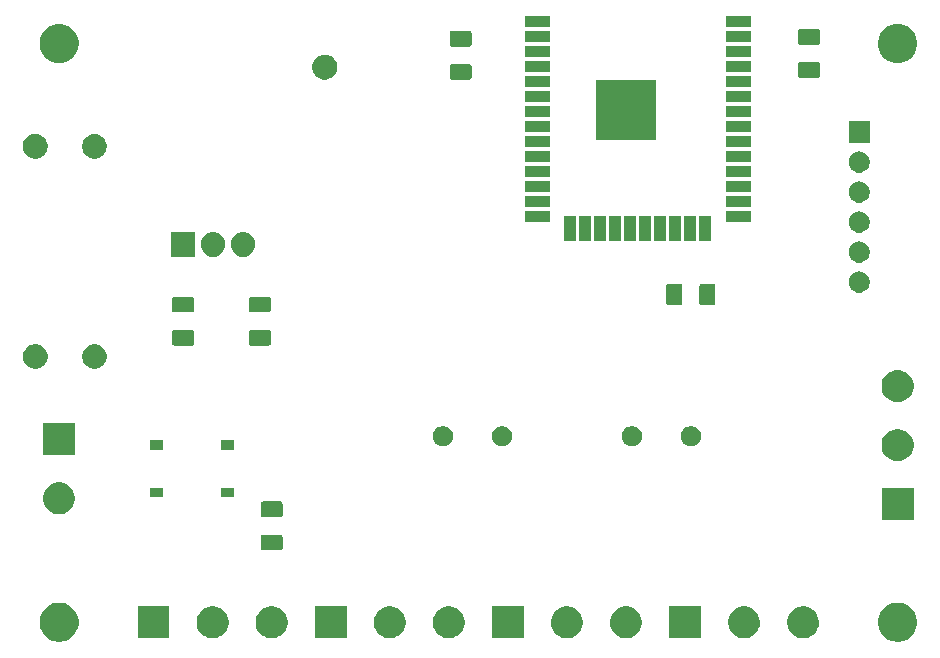
<source format=gbr>
G04 #@! TF.GenerationSoftware,KiCad,Pcbnew,(5.1.6)-1*
G04 #@! TF.CreationDate,2020-06-22T09:20:00-04:00*
G04 #@! TF.ProjectId,alarmbuddy,616c6172-6d62-4756-9464-792e6b696361,rev?*
G04 #@! TF.SameCoordinates,Original*
G04 #@! TF.FileFunction,Soldermask,Top*
G04 #@! TF.FilePolarity,Negative*
%FSLAX46Y46*%
G04 Gerber Fmt 4.6, Leading zero omitted, Abs format (unit mm)*
G04 Created by KiCad (PCBNEW (5.1.6)-1) date 2020-06-22 09:20:00*
%MOMM*%
%LPD*%
G01*
G04 APERTURE LIST*
%ADD10C,0.100000*%
G04 APERTURE END LIST*
D10*
G36*
X101268900Y-82370346D02*
G01*
X101481521Y-82412639D01*
X101781947Y-82537080D01*
X102052324Y-82717740D01*
X102282260Y-82947676D01*
X102462920Y-83218053D01*
X102587361Y-83518479D01*
X102650800Y-83837410D01*
X102650800Y-84162590D01*
X102587361Y-84481521D01*
X102462920Y-84781947D01*
X102282260Y-85052324D01*
X102052324Y-85282260D01*
X101781947Y-85462920D01*
X101481521Y-85587361D01*
X101268900Y-85629654D01*
X101162591Y-85650800D01*
X100837409Y-85650800D01*
X100731100Y-85629654D01*
X100518479Y-85587361D01*
X100218053Y-85462920D01*
X99947676Y-85282260D01*
X99717740Y-85052324D01*
X99537080Y-84781947D01*
X99412639Y-84481521D01*
X99349200Y-84162590D01*
X99349200Y-83837410D01*
X99412639Y-83518479D01*
X99537080Y-83218053D01*
X99717740Y-82947676D01*
X99947676Y-82717740D01*
X100218053Y-82537080D01*
X100518479Y-82412639D01*
X100731100Y-82370346D01*
X100837409Y-82349200D01*
X101162591Y-82349200D01*
X101268900Y-82370346D01*
G37*
G36*
X30268900Y-82370346D02*
G01*
X30481521Y-82412639D01*
X30781947Y-82537080D01*
X31052324Y-82717740D01*
X31282260Y-82947676D01*
X31462920Y-83218053D01*
X31587361Y-83518479D01*
X31650800Y-83837410D01*
X31650800Y-84162590D01*
X31587361Y-84481521D01*
X31462920Y-84781947D01*
X31282260Y-85052324D01*
X31052324Y-85282260D01*
X30781947Y-85462920D01*
X30481521Y-85587361D01*
X30268900Y-85629654D01*
X30162591Y-85650800D01*
X29837409Y-85650800D01*
X29731100Y-85629654D01*
X29518479Y-85587361D01*
X29218053Y-85462920D01*
X28947676Y-85282260D01*
X28717740Y-85052324D01*
X28537080Y-84781947D01*
X28412639Y-84481521D01*
X28349200Y-84162590D01*
X28349200Y-83837410D01*
X28412639Y-83518479D01*
X28537080Y-83218053D01*
X28717740Y-82947676D01*
X28947676Y-82717740D01*
X29218053Y-82537080D01*
X29518479Y-82412639D01*
X29731100Y-82370346D01*
X29837409Y-82349200D01*
X30162591Y-82349200D01*
X30268900Y-82370346D01*
G37*
G36*
X39350800Y-85350800D02*
G01*
X36649200Y-85350800D01*
X36649200Y-82649200D01*
X39350800Y-82649200D01*
X39350800Y-85350800D01*
G37*
G36*
X54350800Y-85350800D02*
G01*
X51649200Y-85350800D01*
X51649200Y-82649200D01*
X54350800Y-82649200D01*
X54350800Y-85350800D01*
G37*
G36*
X58307023Y-82683807D02*
G01*
X58394014Y-82701110D01*
X58639844Y-82802937D01*
X58861085Y-82950765D01*
X59049235Y-83138915D01*
X59102113Y-83218053D01*
X59197064Y-83360158D01*
X59298890Y-83605987D01*
X59350800Y-83866956D01*
X59350800Y-84133044D01*
X59316193Y-84307023D01*
X59298890Y-84394014D01*
X59197063Y-84639844D01*
X59049235Y-84861085D01*
X58861085Y-85049235D01*
X58639844Y-85197063D01*
X58394014Y-85298890D01*
X58307023Y-85316193D01*
X58133044Y-85350800D01*
X57866956Y-85350800D01*
X57692977Y-85316193D01*
X57605986Y-85298890D01*
X57360156Y-85197063D01*
X57138915Y-85049235D01*
X56950765Y-84861085D01*
X56802937Y-84639844D01*
X56701110Y-84394014D01*
X56683807Y-84307023D01*
X56649200Y-84133044D01*
X56649200Y-83866956D01*
X56701110Y-83605987D01*
X56802936Y-83360158D01*
X56897887Y-83218053D01*
X56950765Y-83138915D01*
X57138915Y-82950765D01*
X57360156Y-82802937D01*
X57605986Y-82701110D01*
X57692977Y-82683807D01*
X57866956Y-82649200D01*
X58133044Y-82649200D01*
X58307023Y-82683807D01*
G37*
G36*
X63307023Y-82683807D02*
G01*
X63394014Y-82701110D01*
X63639844Y-82802937D01*
X63861085Y-82950765D01*
X64049235Y-83138915D01*
X64102113Y-83218053D01*
X64197064Y-83360158D01*
X64298890Y-83605987D01*
X64350800Y-83866956D01*
X64350800Y-84133044D01*
X64316193Y-84307023D01*
X64298890Y-84394014D01*
X64197063Y-84639844D01*
X64049235Y-84861085D01*
X63861085Y-85049235D01*
X63639844Y-85197063D01*
X63394014Y-85298890D01*
X63307023Y-85316193D01*
X63133044Y-85350800D01*
X62866956Y-85350800D01*
X62692977Y-85316193D01*
X62605986Y-85298890D01*
X62360156Y-85197063D01*
X62138915Y-85049235D01*
X61950765Y-84861085D01*
X61802937Y-84639844D01*
X61701110Y-84394014D01*
X61683807Y-84307023D01*
X61649200Y-84133044D01*
X61649200Y-83866956D01*
X61701110Y-83605987D01*
X61802936Y-83360158D01*
X61897887Y-83218053D01*
X61950765Y-83138915D01*
X62138915Y-82950765D01*
X62360156Y-82802937D01*
X62605986Y-82701110D01*
X62692977Y-82683807D01*
X62866956Y-82649200D01*
X63133044Y-82649200D01*
X63307023Y-82683807D01*
G37*
G36*
X69350800Y-85350800D02*
G01*
X66649200Y-85350800D01*
X66649200Y-82649200D01*
X69350800Y-82649200D01*
X69350800Y-85350800D01*
G37*
G36*
X73307023Y-82683807D02*
G01*
X73394014Y-82701110D01*
X73639844Y-82802937D01*
X73861085Y-82950765D01*
X74049235Y-83138915D01*
X74102113Y-83218053D01*
X74197064Y-83360158D01*
X74298890Y-83605987D01*
X74350800Y-83866956D01*
X74350800Y-84133044D01*
X74316193Y-84307023D01*
X74298890Y-84394014D01*
X74197063Y-84639844D01*
X74049235Y-84861085D01*
X73861085Y-85049235D01*
X73639844Y-85197063D01*
X73394014Y-85298890D01*
X73307023Y-85316193D01*
X73133044Y-85350800D01*
X72866956Y-85350800D01*
X72692977Y-85316193D01*
X72605986Y-85298890D01*
X72360156Y-85197063D01*
X72138915Y-85049235D01*
X71950765Y-84861085D01*
X71802937Y-84639844D01*
X71701110Y-84394014D01*
X71683807Y-84307023D01*
X71649200Y-84133044D01*
X71649200Y-83866956D01*
X71701110Y-83605987D01*
X71802936Y-83360158D01*
X71897887Y-83218053D01*
X71950765Y-83138915D01*
X72138915Y-82950765D01*
X72360156Y-82802937D01*
X72605986Y-82701110D01*
X72692977Y-82683807D01*
X72866956Y-82649200D01*
X73133044Y-82649200D01*
X73307023Y-82683807D01*
G37*
G36*
X78307023Y-82683807D02*
G01*
X78394014Y-82701110D01*
X78639844Y-82802937D01*
X78861085Y-82950765D01*
X79049235Y-83138915D01*
X79102113Y-83218053D01*
X79197064Y-83360158D01*
X79298890Y-83605987D01*
X79350800Y-83866956D01*
X79350800Y-84133044D01*
X79316193Y-84307023D01*
X79298890Y-84394014D01*
X79197063Y-84639844D01*
X79049235Y-84861085D01*
X78861085Y-85049235D01*
X78639844Y-85197063D01*
X78394014Y-85298890D01*
X78307023Y-85316193D01*
X78133044Y-85350800D01*
X77866956Y-85350800D01*
X77692977Y-85316193D01*
X77605986Y-85298890D01*
X77360156Y-85197063D01*
X77138915Y-85049235D01*
X76950765Y-84861085D01*
X76802937Y-84639844D01*
X76701110Y-84394014D01*
X76683807Y-84307023D01*
X76649200Y-84133044D01*
X76649200Y-83866956D01*
X76701110Y-83605987D01*
X76802936Y-83360158D01*
X76897887Y-83218053D01*
X76950765Y-83138915D01*
X77138915Y-82950765D01*
X77360156Y-82802937D01*
X77605986Y-82701110D01*
X77692977Y-82683807D01*
X77866956Y-82649200D01*
X78133044Y-82649200D01*
X78307023Y-82683807D01*
G37*
G36*
X84350800Y-85350800D02*
G01*
X81649200Y-85350800D01*
X81649200Y-82649200D01*
X84350800Y-82649200D01*
X84350800Y-85350800D01*
G37*
G36*
X88307023Y-82683807D02*
G01*
X88394014Y-82701110D01*
X88639844Y-82802937D01*
X88861085Y-82950765D01*
X89049235Y-83138915D01*
X89102113Y-83218053D01*
X89197064Y-83360158D01*
X89298890Y-83605987D01*
X89350800Y-83866956D01*
X89350800Y-84133044D01*
X89316193Y-84307023D01*
X89298890Y-84394014D01*
X89197063Y-84639844D01*
X89049235Y-84861085D01*
X88861085Y-85049235D01*
X88639844Y-85197063D01*
X88394014Y-85298890D01*
X88307023Y-85316193D01*
X88133044Y-85350800D01*
X87866956Y-85350800D01*
X87692977Y-85316193D01*
X87605986Y-85298890D01*
X87360156Y-85197063D01*
X87138915Y-85049235D01*
X86950765Y-84861085D01*
X86802937Y-84639844D01*
X86701110Y-84394014D01*
X86683807Y-84307023D01*
X86649200Y-84133044D01*
X86649200Y-83866956D01*
X86701110Y-83605987D01*
X86802936Y-83360158D01*
X86897887Y-83218053D01*
X86950765Y-83138915D01*
X87138915Y-82950765D01*
X87360156Y-82802937D01*
X87605986Y-82701110D01*
X87692977Y-82683807D01*
X87866956Y-82649200D01*
X88133044Y-82649200D01*
X88307023Y-82683807D01*
G37*
G36*
X43307023Y-82683807D02*
G01*
X43394014Y-82701110D01*
X43639844Y-82802937D01*
X43861085Y-82950765D01*
X44049235Y-83138915D01*
X44102113Y-83218053D01*
X44197064Y-83360158D01*
X44298890Y-83605987D01*
X44350800Y-83866956D01*
X44350800Y-84133044D01*
X44316193Y-84307023D01*
X44298890Y-84394014D01*
X44197063Y-84639844D01*
X44049235Y-84861085D01*
X43861085Y-85049235D01*
X43639844Y-85197063D01*
X43394014Y-85298890D01*
X43307023Y-85316193D01*
X43133044Y-85350800D01*
X42866956Y-85350800D01*
X42692977Y-85316193D01*
X42605986Y-85298890D01*
X42360156Y-85197063D01*
X42138915Y-85049235D01*
X41950765Y-84861085D01*
X41802937Y-84639844D01*
X41701110Y-84394014D01*
X41683807Y-84307023D01*
X41649200Y-84133044D01*
X41649200Y-83866956D01*
X41701110Y-83605987D01*
X41802936Y-83360158D01*
X41897887Y-83218053D01*
X41950765Y-83138915D01*
X42138915Y-82950765D01*
X42360156Y-82802937D01*
X42605986Y-82701110D01*
X42692977Y-82683807D01*
X42866956Y-82649200D01*
X43133044Y-82649200D01*
X43307023Y-82683807D01*
G37*
G36*
X48307023Y-82683807D02*
G01*
X48394014Y-82701110D01*
X48639844Y-82802937D01*
X48861085Y-82950765D01*
X49049235Y-83138915D01*
X49102113Y-83218053D01*
X49197064Y-83360158D01*
X49298890Y-83605987D01*
X49350800Y-83866956D01*
X49350800Y-84133044D01*
X49316193Y-84307023D01*
X49298890Y-84394014D01*
X49197063Y-84639844D01*
X49049235Y-84861085D01*
X48861085Y-85049235D01*
X48639844Y-85197063D01*
X48394014Y-85298890D01*
X48307023Y-85316193D01*
X48133044Y-85350800D01*
X47866956Y-85350800D01*
X47692977Y-85316193D01*
X47605986Y-85298890D01*
X47360156Y-85197063D01*
X47138915Y-85049235D01*
X46950765Y-84861085D01*
X46802937Y-84639844D01*
X46701110Y-84394014D01*
X46683807Y-84307023D01*
X46649200Y-84133044D01*
X46649200Y-83866956D01*
X46701110Y-83605987D01*
X46802936Y-83360158D01*
X46897887Y-83218053D01*
X46950765Y-83138915D01*
X47138915Y-82950765D01*
X47360156Y-82802937D01*
X47605986Y-82701110D01*
X47692977Y-82683807D01*
X47866956Y-82649200D01*
X48133044Y-82649200D01*
X48307023Y-82683807D01*
G37*
G36*
X93307023Y-82683807D02*
G01*
X93394014Y-82701110D01*
X93639844Y-82802937D01*
X93861085Y-82950765D01*
X94049235Y-83138915D01*
X94102113Y-83218053D01*
X94197064Y-83360158D01*
X94298890Y-83605987D01*
X94350800Y-83866956D01*
X94350800Y-84133044D01*
X94316193Y-84307023D01*
X94298890Y-84394014D01*
X94197063Y-84639844D01*
X94049235Y-84861085D01*
X93861085Y-85049235D01*
X93639844Y-85197063D01*
X93394014Y-85298890D01*
X93307023Y-85316193D01*
X93133044Y-85350800D01*
X92866956Y-85350800D01*
X92692977Y-85316193D01*
X92605986Y-85298890D01*
X92360156Y-85197063D01*
X92138915Y-85049235D01*
X91950765Y-84861085D01*
X91802937Y-84639844D01*
X91701110Y-84394014D01*
X91683807Y-84307023D01*
X91649200Y-84133044D01*
X91649200Y-83866956D01*
X91701110Y-83605987D01*
X91802936Y-83360158D01*
X91897887Y-83218053D01*
X91950765Y-83138915D01*
X92138915Y-82950765D01*
X92360156Y-82802937D01*
X92605986Y-82701110D01*
X92692977Y-82683807D01*
X92866956Y-82649200D01*
X93133044Y-82649200D01*
X93307023Y-82683807D01*
G37*
G36*
X48768465Y-76578546D02*
G01*
X48804996Y-76589628D01*
X48838660Y-76607621D01*
X48868165Y-76631835D01*
X48892379Y-76661340D01*
X48910372Y-76695004D01*
X48921454Y-76731535D01*
X48925800Y-76775660D01*
X48925800Y-77724340D01*
X48921454Y-77768465D01*
X48910372Y-77804996D01*
X48892379Y-77838660D01*
X48868165Y-77868165D01*
X48838660Y-77892379D01*
X48804996Y-77910372D01*
X48768465Y-77921454D01*
X48724340Y-77925800D01*
X47275660Y-77925800D01*
X47231535Y-77921454D01*
X47195004Y-77910372D01*
X47161340Y-77892379D01*
X47131835Y-77868165D01*
X47107621Y-77838660D01*
X47089628Y-77804996D01*
X47078546Y-77768465D01*
X47074200Y-77724340D01*
X47074200Y-76775660D01*
X47078546Y-76731535D01*
X47089628Y-76695004D01*
X47107621Y-76661340D01*
X47131835Y-76631835D01*
X47161340Y-76607621D01*
X47195004Y-76589628D01*
X47231535Y-76578546D01*
X47275660Y-76574200D01*
X48724340Y-76574200D01*
X48768465Y-76578546D01*
G37*
G36*
X102350800Y-75350800D02*
G01*
X99649200Y-75350800D01*
X99649200Y-72649200D01*
X102350800Y-72649200D01*
X102350800Y-75350800D01*
G37*
G36*
X48768465Y-73778546D02*
G01*
X48804996Y-73789628D01*
X48838660Y-73807621D01*
X48868165Y-73831835D01*
X48892379Y-73861340D01*
X48910372Y-73895004D01*
X48921454Y-73931535D01*
X48925800Y-73975660D01*
X48925800Y-74924340D01*
X48921454Y-74968465D01*
X48910372Y-75004996D01*
X48892379Y-75038660D01*
X48868165Y-75068165D01*
X48838660Y-75092379D01*
X48804996Y-75110372D01*
X48768465Y-75121454D01*
X48724340Y-75125800D01*
X47275660Y-75125800D01*
X47231535Y-75121454D01*
X47195004Y-75110372D01*
X47161340Y-75092379D01*
X47131835Y-75068165D01*
X47107621Y-75038660D01*
X47089628Y-75004996D01*
X47078546Y-74968465D01*
X47074200Y-74924340D01*
X47074200Y-73975660D01*
X47078546Y-73931535D01*
X47089628Y-73895004D01*
X47107621Y-73861340D01*
X47131835Y-73831835D01*
X47161340Y-73807621D01*
X47195004Y-73789628D01*
X47231535Y-73778546D01*
X47275660Y-73774200D01*
X48724340Y-73774200D01*
X48768465Y-73778546D01*
G37*
G36*
X30307023Y-72183807D02*
G01*
X30394014Y-72201110D01*
X30639844Y-72302937D01*
X30861085Y-72450765D01*
X31049235Y-72638915D01*
X31197063Y-72860156D01*
X31298890Y-73105986D01*
X31350800Y-73366958D01*
X31350800Y-73633042D01*
X31298890Y-73894014D01*
X31197063Y-74139844D01*
X31049235Y-74361085D01*
X30861085Y-74549235D01*
X30639844Y-74697063D01*
X30394014Y-74798890D01*
X30307023Y-74816193D01*
X30133044Y-74850800D01*
X29866956Y-74850800D01*
X29692977Y-74816193D01*
X29605986Y-74798890D01*
X29360156Y-74697063D01*
X29138915Y-74549235D01*
X28950765Y-74361085D01*
X28802937Y-74139844D01*
X28701110Y-73894014D01*
X28649200Y-73633042D01*
X28649200Y-73366958D01*
X28701110Y-73105986D01*
X28802937Y-72860156D01*
X28950765Y-72638915D01*
X29138915Y-72450765D01*
X29360156Y-72302937D01*
X29605986Y-72201110D01*
X29692977Y-72183807D01*
X29866956Y-72149200D01*
X30133044Y-72149200D01*
X30307023Y-72183807D01*
G37*
G36*
X38825800Y-73400800D02*
G01*
X37724200Y-73400800D01*
X37724200Y-72599200D01*
X38825800Y-72599200D01*
X38825800Y-73400800D01*
G37*
G36*
X44775800Y-73400800D02*
G01*
X43674200Y-73400800D01*
X43674200Y-72599200D01*
X44775800Y-72599200D01*
X44775800Y-73400800D01*
G37*
G36*
X101307023Y-67683807D02*
G01*
X101394014Y-67701110D01*
X101639844Y-67802937D01*
X101861085Y-67950765D01*
X102049235Y-68138915D01*
X102197063Y-68360156D01*
X102298890Y-68605986D01*
X102350800Y-68866958D01*
X102350800Y-69133042D01*
X102298890Y-69394014D01*
X102197063Y-69639844D01*
X102049235Y-69861085D01*
X101861085Y-70049235D01*
X101639844Y-70197063D01*
X101394014Y-70298890D01*
X101307023Y-70316193D01*
X101133044Y-70350800D01*
X100866956Y-70350800D01*
X100692977Y-70316193D01*
X100605986Y-70298890D01*
X100360156Y-70197063D01*
X100138915Y-70049235D01*
X99950765Y-69861085D01*
X99802937Y-69639844D01*
X99701110Y-69394014D01*
X99649200Y-69133042D01*
X99649200Y-68866958D01*
X99701110Y-68605986D01*
X99802937Y-68360156D01*
X99950765Y-68138915D01*
X100138915Y-67950765D01*
X100360156Y-67802937D01*
X100605986Y-67701110D01*
X100692977Y-67683807D01*
X100866956Y-67649200D01*
X101133044Y-67649200D01*
X101307023Y-67683807D01*
G37*
G36*
X31350800Y-69850800D02*
G01*
X28649200Y-69850800D01*
X28649200Y-67149200D01*
X31350800Y-67149200D01*
X31350800Y-69850800D01*
G37*
G36*
X44775800Y-69400800D02*
G01*
X43674200Y-69400800D01*
X43674200Y-68599200D01*
X44775800Y-68599200D01*
X44775800Y-69400800D01*
G37*
G36*
X38825800Y-69400800D02*
G01*
X37724200Y-69400800D01*
X37724200Y-68599200D01*
X38825800Y-68599200D01*
X38825800Y-69400800D01*
G37*
G36*
X78748169Y-67431895D02*
G01*
X78903005Y-67496031D01*
X79042354Y-67589140D01*
X79160860Y-67707646D01*
X79253969Y-67846995D01*
X79318105Y-68001831D01*
X79350800Y-68166203D01*
X79350800Y-68333797D01*
X79318105Y-68498169D01*
X79253969Y-68653005D01*
X79160860Y-68792354D01*
X79042354Y-68910860D01*
X78903005Y-69003969D01*
X78748169Y-69068105D01*
X78583797Y-69100800D01*
X78416203Y-69100800D01*
X78251831Y-69068105D01*
X78096995Y-69003969D01*
X77957646Y-68910860D01*
X77839140Y-68792354D01*
X77746031Y-68653005D01*
X77681895Y-68498169D01*
X77649200Y-68333797D01*
X77649200Y-68166203D01*
X77681895Y-68001831D01*
X77746031Y-67846995D01*
X77839140Y-67707646D01*
X77957646Y-67589140D01*
X78096995Y-67496031D01*
X78251831Y-67431895D01*
X78416203Y-67399200D01*
X78583797Y-67399200D01*
X78748169Y-67431895D01*
G37*
G36*
X83748169Y-67431895D02*
G01*
X83903005Y-67496031D01*
X84042354Y-67589140D01*
X84160860Y-67707646D01*
X84253969Y-67846995D01*
X84318105Y-68001831D01*
X84350800Y-68166203D01*
X84350800Y-68333797D01*
X84318105Y-68498169D01*
X84253969Y-68653005D01*
X84160860Y-68792354D01*
X84042354Y-68910860D01*
X83903005Y-69003969D01*
X83748169Y-69068105D01*
X83583797Y-69100800D01*
X83416203Y-69100800D01*
X83251831Y-69068105D01*
X83096995Y-69003969D01*
X82957646Y-68910860D01*
X82839140Y-68792354D01*
X82746031Y-68653005D01*
X82681895Y-68498169D01*
X82649200Y-68333797D01*
X82649200Y-68166203D01*
X82681895Y-68001831D01*
X82746031Y-67846995D01*
X82839140Y-67707646D01*
X82957646Y-67589140D01*
X83096995Y-67496031D01*
X83251831Y-67431895D01*
X83416203Y-67399200D01*
X83583797Y-67399200D01*
X83748169Y-67431895D01*
G37*
G36*
X67748169Y-67431895D02*
G01*
X67903005Y-67496031D01*
X68042354Y-67589140D01*
X68160860Y-67707646D01*
X68253969Y-67846995D01*
X68318105Y-68001831D01*
X68350800Y-68166203D01*
X68350800Y-68333797D01*
X68318105Y-68498169D01*
X68253969Y-68653005D01*
X68160860Y-68792354D01*
X68042354Y-68910860D01*
X67903005Y-69003969D01*
X67748169Y-69068105D01*
X67583797Y-69100800D01*
X67416203Y-69100800D01*
X67251831Y-69068105D01*
X67096995Y-69003969D01*
X66957646Y-68910860D01*
X66839140Y-68792354D01*
X66746031Y-68653005D01*
X66681895Y-68498169D01*
X66649200Y-68333797D01*
X66649200Y-68166203D01*
X66681895Y-68001831D01*
X66746031Y-67846995D01*
X66839140Y-67707646D01*
X66957646Y-67589140D01*
X67096995Y-67496031D01*
X67251831Y-67431895D01*
X67416203Y-67399200D01*
X67583797Y-67399200D01*
X67748169Y-67431895D01*
G37*
G36*
X62748169Y-67431895D02*
G01*
X62903005Y-67496031D01*
X63042354Y-67589140D01*
X63160860Y-67707646D01*
X63253969Y-67846995D01*
X63318105Y-68001831D01*
X63350800Y-68166203D01*
X63350800Y-68333797D01*
X63318105Y-68498169D01*
X63253969Y-68653005D01*
X63160860Y-68792354D01*
X63042354Y-68910860D01*
X62903005Y-69003969D01*
X62748169Y-69068105D01*
X62583797Y-69100800D01*
X62416203Y-69100800D01*
X62251831Y-69068105D01*
X62096995Y-69003969D01*
X61957646Y-68910860D01*
X61839140Y-68792354D01*
X61746031Y-68653005D01*
X61681895Y-68498169D01*
X61649200Y-68333797D01*
X61649200Y-68166203D01*
X61681895Y-68001831D01*
X61746031Y-67846995D01*
X61839140Y-67707646D01*
X61957646Y-67589140D01*
X62096995Y-67496031D01*
X62251831Y-67431895D01*
X62416203Y-67399200D01*
X62583797Y-67399200D01*
X62748169Y-67431895D01*
G37*
G36*
X101307023Y-62683807D02*
G01*
X101394014Y-62701110D01*
X101639844Y-62802937D01*
X101861085Y-62950765D01*
X102049235Y-63138915D01*
X102197063Y-63360156D01*
X102298890Y-63605986D01*
X102350800Y-63866958D01*
X102350800Y-64133042D01*
X102298890Y-64394014D01*
X102197063Y-64639844D01*
X102049235Y-64861085D01*
X101861085Y-65049235D01*
X101639844Y-65197063D01*
X101394014Y-65298890D01*
X101307023Y-65316193D01*
X101133044Y-65350800D01*
X100866956Y-65350800D01*
X100692977Y-65316193D01*
X100605986Y-65298890D01*
X100360156Y-65197063D01*
X100138915Y-65049235D01*
X99950765Y-64861085D01*
X99802937Y-64639844D01*
X99701110Y-64394014D01*
X99649200Y-64133042D01*
X99649200Y-63866958D01*
X99701110Y-63605986D01*
X99802937Y-63360156D01*
X99950765Y-63138915D01*
X100138915Y-62950765D01*
X100360156Y-62802937D01*
X100605986Y-62701110D01*
X100692977Y-62683807D01*
X100866956Y-62649200D01*
X101133044Y-62649200D01*
X101307023Y-62683807D01*
G37*
G36*
X28306506Y-60489581D02*
G01*
X28375513Y-60518165D01*
X28497740Y-60568793D01*
X28669846Y-60683791D01*
X28816209Y-60830154D01*
X28931207Y-61002260D01*
X28931207Y-61002261D01*
X29010419Y-61193494D01*
X29050800Y-61396504D01*
X29050800Y-61603496D01*
X29010419Y-61806506D01*
X28964018Y-61918528D01*
X28931207Y-61997740D01*
X28816209Y-62169846D01*
X28669846Y-62316209D01*
X28497740Y-62431207D01*
X28418528Y-62464018D01*
X28306506Y-62510419D01*
X28103496Y-62550800D01*
X27896504Y-62550800D01*
X27693494Y-62510419D01*
X27581472Y-62464018D01*
X27502260Y-62431207D01*
X27330154Y-62316209D01*
X27183791Y-62169846D01*
X27068793Y-61997740D01*
X27035982Y-61918528D01*
X26989581Y-61806506D01*
X26949200Y-61603496D01*
X26949200Y-61396504D01*
X26989581Y-61193494D01*
X27068793Y-61002261D01*
X27068793Y-61002260D01*
X27183791Y-60830154D01*
X27330154Y-60683791D01*
X27502260Y-60568793D01*
X27624487Y-60518165D01*
X27693494Y-60489581D01*
X27896504Y-60449200D01*
X28103496Y-60449200D01*
X28306506Y-60489581D01*
G37*
G36*
X33306506Y-60489581D02*
G01*
X33375513Y-60518165D01*
X33497740Y-60568793D01*
X33669846Y-60683791D01*
X33816209Y-60830154D01*
X33931207Y-61002260D01*
X33931207Y-61002261D01*
X34010419Y-61193494D01*
X34050800Y-61396504D01*
X34050800Y-61603496D01*
X34010419Y-61806506D01*
X33964018Y-61918528D01*
X33931207Y-61997740D01*
X33816209Y-62169846D01*
X33669846Y-62316209D01*
X33497740Y-62431207D01*
X33418528Y-62464018D01*
X33306506Y-62510419D01*
X33103496Y-62550800D01*
X32896504Y-62550800D01*
X32693494Y-62510419D01*
X32581472Y-62464018D01*
X32502260Y-62431207D01*
X32330154Y-62316209D01*
X32183791Y-62169846D01*
X32068793Y-61997740D01*
X32035982Y-61918528D01*
X31989581Y-61806506D01*
X31949200Y-61603496D01*
X31949200Y-61396504D01*
X31989581Y-61193494D01*
X32068793Y-61002261D01*
X32068793Y-61002260D01*
X32183791Y-60830154D01*
X32330154Y-60683791D01*
X32502260Y-60568793D01*
X32624487Y-60518165D01*
X32693494Y-60489581D01*
X32896504Y-60449200D01*
X33103496Y-60449200D01*
X33306506Y-60489581D01*
G37*
G36*
X47768465Y-59228546D02*
G01*
X47804996Y-59239628D01*
X47838660Y-59257621D01*
X47868165Y-59281835D01*
X47892379Y-59311340D01*
X47910372Y-59345004D01*
X47921454Y-59381535D01*
X47925800Y-59425660D01*
X47925800Y-60374340D01*
X47921454Y-60418465D01*
X47910372Y-60454996D01*
X47892379Y-60488660D01*
X47868165Y-60518165D01*
X47838660Y-60542379D01*
X47804996Y-60560372D01*
X47768465Y-60571454D01*
X47724340Y-60575800D01*
X46275660Y-60575800D01*
X46231535Y-60571454D01*
X46195004Y-60560372D01*
X46161340Y-60542379D01*
X46131835Y-60518165D01*
X46107621Y-60488660D01*
X46089628Y-60454996D01*
X46078546Y-60418465D01*
X46074200Y-60374340D01*
X46074200Y-59425660D01*
X46078546Y-59381535D01*
X46089628Y-59345004D01*
X46107621Y-59311340D01*
X46131835Y-59281835D01*
X46161340Y-59257621D01*
X46195004Y-59239628D01*
X46231535Y-59228546D01*
X46275660Y-59224200D01*
X47724340Y-59224200D01*
X47768465Y-59228546D01*
G37*
G36*
X41268465Y-59228546D02*
G01*
X41304996Y-59239628D01*
X41338660Y-59257621D01*
X41368165Y-59281835D01*
X41392379Y-59311340D01*
X41410372Y-59345004D01*
X41421454Y-59381535D01*
X41425800Y-59425660D01*
X41425800Y-60374340D01*
X41421454Y-60418465D01*
X41410372Y-60454996D01*
X41392379Y-60488660D01*
X41368165Y-60518165D01*
X41338660Y-60542379D01*
X41304996Y-60560372D01*
X41268465Y-60571454D01*
X41224340Y-60575800D01*
X39775660Y-60575800D01*
X39731535Y-60571454D01*
X39695004Y-60560372D01*
X39661340Y-60542379D01*
X39631835Y-60518165D01*
X39607621Y-60488660D01*
X39589628Y-60454996D01*
X39578546Y-60418465D01*
X39574200Y-60374340D01*
X39574200Y-59425660D01*
X39578546Y-59381535D01*
X39589628Y-59345004D01*
X39607621Y-59311340D01*
X39631835Y-59281835D01*
X39661340Y-59257621D01*
X39695004Y-59239628D01*
X39731535Y-59228546D01*
X39775660Y-59224200D01*
X41224340Y-59224200D01*
X41268465Y-59228546D01*
G37*
G36*
X47768465Y-56428546D02*
G01*
X47804996Y-56439628D01*
X47838660Y-56457621D01*
X47868165Y-56481835D01*
X47892379Y-56511340D01*
X47910372Y-56545004D01*
X47921454Y-56581535D01*
X47925800Y-56625660D01*
X47925800Y-57574340D01*
X47921454Y-57618465D01*
X47910372Y-57654996D01*
X47892379Y-57688660D01*
X47868165Y-57718165D01*
X47838660Y-57742379D01*
X47804996Y-57760372D01*
X47768465Y-57771454D01*
X47724340Y-57775800D01*
X46275660Y-57775800D01*
X46231535Y-57771454D01*
X46195004Y-57760372D01*
X46161340Y-57742379D01*
X46131835Y-57718165D01*
X46107621Y-57688660D01*
X46089628Y-57654996D01*
X46078546Y-57618465D01*
X46074200Y-57574340D01*
X46074200Y-56625660D01*
X46078546Y-56581535D01*
X46089628Y-56545004D01*
X46107621Y-56511340D01*
X46131835Y-56481835D01*
X46161340Y-56457621D01*
X46195004Y-56439628D01*
X46231535Y-56428546D01*
X46275660Y-56424200D01*
X47724340Y-56424200D01*
X47768465Y-56428546D01*
G37*
G36*
X41268465Y-56428546D02*
G01*
X41304996Y-56439628D01*
X41338660Y-56457621D01*
X41368165Y-56481835D01*
X41392379Y-56511340D01*
X41410372Y-56545004D01*
X41421454Y-56581535D01*
X41425800Y-56625660D01*
X41425800Y-57574340D01*
X41421454Y-57618465D01*
X41410372Y-57654996D01*
X41392379Y-57688660D01*
X41368165Y-57718165D01*
X41338660Y-57742379D01*
X41304996Y-57760372D01*
X41268465Y-57771454D01*
X41224340Y-57775800D01*
X39775660Y-57775800D01*
X39731535Y-57771454D01*
X39695004Y-57760372D01*
X39661340Y-57742379D01*
X39631835Y-57718165D01*
X39607621Y-57688660D01*
X39589628Y-57654996D01*
X39578546Y-57618465D01*
X39574200Y-57574340D01*
X39574200Y-56625660D01*
X39578546Y-56581535D01*
X39589628Y-56545004D01*
X39607621Y-56511340D01*
X39631835Y-56481835D01*
X39661340Y-56457621D01*
X39695004Y-56439628D01*
X39731535Y-56428546D01*
X39775660Y-56424200D01*
X41224340Y-56424200D01*
X41268465Y-56428546D01*
G37*
G36*
X82618465Y-55328546D02*
G01*
X82654996Y-55339628D01*
X82688660Y-55357621D01*
X82718165Y-55381835D01*
X82742379Y-55411340D01*
X82760372Y-55445004D01*
X82771454Y-55481535D01*
X82775800Y-55525660D01*
X82775800Y-56974340D01*
X82771454Y-57018465D01*
X82760372Y-57054996D01*
X82742379Y-57088660D01*
X82718165Y-57118165D01*
X82688660Y-57142379D01*
X82654996Y-57160372D01*
X82618465Y-57171454D01*
X82574340Y-57175800D01*
X81625660Y-57175800D01*
X81581535Y-57171454D01*
X81545004Y-57160372D01*
X81511340Y-57142379D01*
X81481835Y-57118165D01*
X81457621Y-57088660D01*
X81439628Y-57054996D01*
X81428546Y-57018465D01*
X81424200Y-56974340D01*
X81424200Y-55525660D01*
X81428546Y-55481535D01*
X81439628Y-55445004D01*
X81457621Y-55411340D01*
X81481835Y-55381835D01*
X81511340Y-55357621D01*
X81545004Y-55339628D01*
X81581535Y-55328546D01*
X81625660Y-55324200D01*
X82574340Y-55324200D01*
X82618465Y-55328546D01*
G37*
G36*
X85418465Y-55328546D02*
G01*
X85454996Y-55339628D01*
X85488660Y-55357621D01*
X85518165Y-55381835D01*
X85542379Y-55411340D01*
X85560372Y-55445004D01*
X85571454Y-55481535D01*
X85575800Y-55525660D01*
X85575800Y-56974340D01*
X85571454Y-57018465D01*
X85560372Y-57054996D01*
X85542379Y-57088660D01*
X85518165Y-57118165D01*
X85488660Y-57142379D01*
X85454996Y-57160372D01*
X85418465Y-57171454D01*
X85374340Y-57175800D01*
X84425660Y-57175800D01*
X84381535Y-57171454D01*
X84345004Y-57160372D01*
X84311340Y-57142379D01*
X84281835Y-57118165D01*
X84257621Y-57088660D01*
X84239628Y-57054996D01*
X84228546Y-57018465D01*
X84224200Y-56974340D01*
X84224200Y-55525660D01*
X84228546Y-55481535D01*
X84239628Y-55445004D01*
X84257621Y-55411340D01*
X84281835Y-55381835D01*
X84311340Y-55357621D01*
X84345004Y-55339628D01*
X84381535Y-55328546D01*
X84425660Y-55324200D01*
X85374340Y-55324200D01*
X85418465Y-55328546D01*
G37*
G36*
X97896732Y-54310739D02*
G01*
X98012754Y-54333817D01*
X98176689Y-54401721D01*
X98324227Y-54500303D01*
X98449697Y-54625773D01*
X98548279Y-54773311D01*
X98616183Y-54937246D01*
X98650800Y-55111279D01*
X98650800Y-55288721D01*
X98616183Y-55462754D01*
X98548279Y-55626689D01*
X98449697Y-55774227D01*
X98324227Y-55899697D01*
X98176689Y-55998279D01*
X98012754Y-56066183D01*
X97896732Y-56089261D01*
X97838722Y-56100800D01*
X97661278Y-56100800D01*
X97603268Y-56089261D01*
X97487246Y-56066183D01*
X97323311Y-55998279D01*
X97175773Y-55899697D01*
X97050303Y-55774227D01*
X96951721Y-55626689D01*
X96883817Y-55462754D01*
X96849200Y-55288721D01*
X96849200Y-55111279D01*
X96883817Y-54937246D01*
X96951721Y-54773311D01*
X97050303Y-54625773D01*
X97175773Y-54500303D01*
X97323311Y-54401721D01*
X97487246Y-54333817D01*
X97603268Y-54310739D01*
X97661278Y-54299200D01*
X97838722Y-54299200D01*
X97896732Y-54310739D01*
G37*
G36*
X97896732Y-51770739D02*
G01*
X98012754Y-51793817D01*
X98176689Y-51861721D01*
X98324227Y-51960303D01*
X98449697Y-52085773D01*
X98548279Y-52233311D01*
X98616183Y-52397246D01*
X98650800Y-52571279D01*
X98650800Y-52748721D01*
X98616183Y-52922754D01*
X98548279Y-53086689D01*
X98449697Y-53234227D01*
X98324227Y-53359697D01*
X98176689Y-53458279D01*
X98012754Y-53526183D01*
X97896732Y-53549261D01*
X97838722Y-53560800D01*
X97661278Y-53560800D01*
X97603268Y-53549261D01*
X97487246Y-53526183D01*
X97323311Y-53458279D01*
X97175773Y-53359697D01*
X97050303Y-53234227D01*
X96951721Y-53086689D01*
X96883817Y-52922754D01*
X96849200Y-52748721D01*
X96849200Y-52571279D01*
X96883817Y-52397246D01*
X96951721Y-52233311D01*
X97050303Y-52085773D01*
X97175773Y-51960303D01*
X97323311Y-51861721D01*
X97487246Y-51793817D01*
X97603268Y-51770739D01*
X97661278Y-51759200D01*
X97838722Y-51759200D01*
X97896732Y-51770739D01*
G37*
G36*
X43236680Y-50963717D02*
G01*
X43425803Y-51021087D01*
X43425805Y-51021088D01*
X43600099Y-51114250D01*
X43600101Y-51114251D01*
X43600100Y-51114251D01*
X43752873Y-51239627D01*
X43878249Y-51392400D01*
X43971413Y-51566696D01*
X44028783Y-51755819D01*
X44043300Y-51903216D01*
X44043300Y-52096783D01*
X44028783Y-52244180D01*
X43982350Y-52397248D01*
X43971412Y-52433305D01*
X43878250Y-52607599D01*
X43752873Y-52760373D01*
X43600099Y-52885750D01*
X43425806Y-52978912D01*
X43425804Y-52978913D01*
X43236681Y-53036283D01*
X43040000Y-53055654D01*
X42843320Y-53036283D01*
X42654197Y-52978913D01*
X42479900Y-52885749D01*
X42327127Y-52760373D01*
X42201751Y-52607600D01*
X42182337Y-52571279D01*
X42108588Y-52433306D01*
X42097649Y-52397246D01*
X42051217Y-52244181D01*
X42036700Y-52096784D01*
X42036700Y-51903217D01*
X42051217Y-51755820D01*
X42108587Y-51566697D01*
X42201751Y-51392400D01*
X42327127Y-51239627D01*
X42479900Y-51114251D01*
X42479899Y-51114251D01*
X42479901Y-51114250D01*
X42654194Y-51021088D01*
X42654196Y-51021087D01*
X42843319Y-50963717D01*
X43040000Y-50944346D01*
X43236680Y-50963717D01*
G37*
G36*
X45776680Y-50963717D02*
G01*
X45965803Y-51021087D01*
X45965805Y-51021088D01*
X46140099Y-51114250D01*
X46140101Y-51114251D01*
X46140100Y-51114251D01*
X46292873Y-51239627D01*
X46418249Y-51392400D01*
X46511413Y-51566696D01*
X46568783Y-51755819D01*
X46583300Y-51903216D01*
X46583300Y-52096783D01*
X46568783Y-52244180D01*
X46522350Y-52397248D01*
X46511412Y-52433305D01*
X46418250Y-52607599D01*
X46292873Y-52760373D01*
X46140099Y-52885750D01*
X45965806Y-52978912D01*
X45965804Y-52978913D01*
X45776681Y-53036283D01*
X45580000Y-53055654D01*
X45383320Y-53036283D01*
X45194197Y-52978913D01*
X45019900Y-52885749D01*
X44867127Y-52760373D01*
X44741751Y-52607600D01*
X44722337Y-52571279D01*
X44648588Y-52433306D01*
X44637649Y-52397246D01*
X44591217Y-52244181D01*
X44576700Y-52096784D01*
X44576700Y-51903217D01*
X44591217Y-51755820D01*
X44648587Y-51566697D01*
X44741751Y-51392400D01*
X44867127Y-51239627D01*
X45019900Y-51114251D01*
X45019899Y-51114251D01*
X45019901Y-51114250D01*
X45194194Y-51021088D01*
X45194196Y-51021087D01*
X45383319Y-50963717D01*
X45580000Y-50944346D01*
X45776680Y-50963717D01*
G37*
G36*
X41503300Y-53050800D02*
G01*
X39496700Y-53050800D01*
X39496700Y-50949200D01*
X41503300Y-50949200D01*
X41503300Y-53050800D01*
G37*
G36*
X77595800Y-51700800D02*
G01*
X76594200Y-51700800D01*
X76594200Y-49599200D01*
X77595800Y-49599200D01*
X77595800Y-51700800D01*
G37*
G36*
X78865800Y-51700800D02*
G01*
X77864200Y-51700800D01*
X77864200Y-49599200D01*
X78865800Y-49599200D01*
X78865800Y-51700800D01*
G37*
G36*
X80135800Y-51700800D02*
G01*
X79134200Y-51700800D01*
X79134200Y-49599200D01*
X80135800Y-49599200D01*
X80135800Y-51700800D01*
G37*
G36*
X81405800Y-51700800D02*
G01*
X80404200Y-51700800D01*
X80404200Y-49599200D01*
X81405800Y-49599200D01*
X81405800Y-51700800D01*
G37*
G36*
X82675800Y-51700800D02*
G01*
X81674200Y-51700800D01*
X81674200Y-49599200D01*
X82675800Y-49599200D01*
X82675800Y-51700800D01*
G37*
G36*
X85215800Y-51700800D02*
G01*
X84214200Y-51700800D01*
X84214200Y-49599200D01*
X85215800Y-49599200D01*
X85215800Y-51700800D01*
G37*
G36*
X83945800Y-51700800D02*
G01*
X82944200Y-51700800D01*
X82944200Y-49599200D01*
X83945800Y-49599200D01*
X83945800Y-51700800D01*
G37*
G36*
X73785800Y-51700800D02*
G01*
X72784200Y-51700800D01*
X72784200Y-49599200D01*
X73785800Y-49599200D01*
X73785800Y-51700800D01*
G37*
G36*
X76325800Y-51700800D02*
G01*
X75324200Y-51700800D01*
X75324200Y-49599200D01*
X76325800Y-49599200D01*
X76325800Y-51700800D01*
G37*
G36*
X75055800Y-51700800D02*
G01*
X74054200Y-51700800D01*
X74054200Y-49599200D01*
X75055800Y-49599200D01*
X75055800Y-51700800D01*
G37*
G36*
X97896732Y-49230739D02*
G01*
X98012754Y-49253817D01*
X98176689Y-49321721D01*
X98324227Y-49420303D01*
X98449697Y-49545773D01*
X98548279Y-49693311D01*
X98616183Y-49857246D01*
X98650800Y-50031279D01*
X98650800Y-50208721D01*
X98616183Y-50382754D01*
X98548279Y-50546689D01*
X98449697Y-50694227D01*
X98324227Y-50819697D01*
X98176689Y-50918279D01*
X98012754Y-50986183D01*
X97896732Y-51009261D01*
X97838722Y-51020800D01*
X97661278Y-51020800D01*
X97603268Y-51009261D01*
X97487246Y-50986183D01*
X97323311Y-50918279D01*
X97175773Y-50819697D01*
X97050303Y-50694227D01*
X96951721Y-50546689D01*
X96883817Y-50382754D01*
X96849200Y-50208721D01*
X96849200Y-50031279D01*
X96883817Y-49857246D01*
X96951721Y-49693311D01*
X97050303Y-49545773D01*
X97175773Y-49420303D01*
X97323311Y-49321721D01*
X97487246Y-49253817D01*
X97603268Y-49230739D01*
X97661278Y-49219200D01*
X97838722Y-49219200D01*
X97896732Y-49230739D01*
G37*
G36*
X71550800Y-50150800D02*
G01*
X69449200Y-50150800D01*
X69449200Y-49149200D01*
X71550800Y-49149200D01*
X71550800Y-50150800D01*
G37*
G36*
X88550800Y-50150800D02*
G01*
X86449200Y-50150800D01*
X86449200Y-49149200D01*
X88550800Y-49149200D01*
X88550800Y-50150800D01*
G37*
G36*
X71550800Y-48880800D02*
G01*
X69449200Y-48880800D01*
X69449200Y-47879200D01*
X71550800Y-47879200D01*
X71550800Y-48880800D01*
G37*
G36*
X88550800Y-48880800D02*
G01*
X86449200Y-48880800D01*
X86449200Y-47879200D01*
X88550800Y-47879200D01*
X88550800Y-48880800D01*
G37*
G36*
X97896732Y-46690739D02*
G01*
X98012754Y-46713817D01*
X98176689Y-46781721D01*
X98324227Y-46880303D01*
X98449697Y-47005773D01*
X98548279Y-47153311D01*
X98616183Y-47317246D01*
X98650800Y-47491279D01*
X98650800Y-47668721D01*
X98616183Y-47842754D01*
X98548279Y-48006689D01*
X98449697Y-48154227D01*
X98324227Y-48279697D01*
X98176689Y-48378279D01*
X98012754Y-48446183D01*
X97896732Y-48469261D01*
X97838722Y-48480800D01*
X97661278Y-48480800D01*
X97603268Y-48469261D01*
X97487246Y-48446183D01*
X97323311Y-48378279D01*
X97175773Y-48279697D01*
X97050303Y-48154227D01*
X96951721Y-48006689D01*
X96883817Y-47842754D01*
X96849200Y-47668721D01*
X96849200Y-47491279D01*
X96883817Y-47317246D01*
X96951721Y-47153311D01*
X97050303Y-47005773D01*
X97175773Y-46880303D01*
X97323311Y-46781721D01*
X97487246Y-46713817D01*
X97603268Y-46690739D01*
X97661278Y-46679200D01*
X97838722Y-46679200D01*
X97896732Y-46690739D01*
G37*
G36*
X88550800Y-47610800D02*
G01*
X86449200Y-47610800D01*
X86449200Y-46609200D01*
X88550800Y-46609200D01*
X88550800Y-47610800D01*
G37*
G36*
X71550800Y-47610800D02*
G01*
X69449200Y-47610800D01*
X69449200Y-46609200D01*
X71550800Y-46609200D01*
X71550800Y-47610800D01*
G37*
G36*
X88550800Y-46340800D02*
G01*
X86449200Y-46340800D01*
X86449200Y-45339200D01*
X88550800Y-45339200D01*
X88550800Y-46340800D01*
G37*
G36*
X71550800Y-46340800D02*
G01*
X69449200Y-46340800D01*
X69449200Y-45339200D01*
X71550800Y-45339200D01*
X71550800Y-46340800D01*
G37*
G36*
X97896732Y-44150739D02*
G01*
X98012754Y-44173817D01*
X98176689Y-44241721D01*
X98324227Y-44340303D01*
X98449697Y-44465773D01*
X98548279Y-44613311D01*
X98616183Y-44777246D01*
X98650800Y-44951279D01*
X98650800Y-45128721D01*
X98616183Y-45302754D01*
X98548279Y-45466689D01*
X98449697Y-45614227D01*
X98324227Y-45739697D01*
X98176689Y-45838279D01*
X98012754Y-45906183D01*
X97896732Y-45929261D01*
X97838722Y-45940800D01*
X97661278Y-45940800D01*
X97603268Y-45929261D01*
X97487246Y-45906183D01*
X97323311Y-45838279D01*
X97175773Y-45739697D01*
X97050303Y-45614227D01*
X96951721Y-45466689D01*
X96883817Y-45302754D01*
X96849200Y-45128721D01*
X96849200Y-44951279D01*
X96883817Y-44777246D01*
X96951721Y-44613311D01*
X97050303Y-44465773D01*
X97175773Y-44340303D01*
X97323311Y-44241721D01*
X97487246Y-44173817D01*
X97603268Y-44150739D01*
X97661278Y-44139200D01*
X97838722Y-44139200D01*
X97896732Y-44150739D01*
G37*
G36*
X71550800Y-45070800D02*
G01*
X69449200Y-45070800D01*
X69449200Y-44069200D01*
X71550800Y-44069200D01*
X71550800Y-45070800D01*
G37*
G36*
X88550800Y-45070800D02*
G01*
X86449200Y-45070800D01*
X86449200Y-44069200D01*
X88550800Y-44069200D01*
X88550800Y-45070800D01*
G37*
G36*
X28306506Y-42689581D02*
G01*
X28418528Y-42735982D01*
X28497740Y-42768793D01*
X28669846Y-42883791D01*
X28816209Y-43030154D01*
X28931207Y-43202260D01*
X28931207Y-43202261D01*
X29010419Y-43393494D01*
X29050800Y-43596504D01*
X29050800Y-43803496D01*
X29010419Y-44006506D01*
X28984450Y-44069200D01*
X28931207Y-44197740D01*
X28816209Y-44369846D01*
X28669846Y-44516209D01*
X28497740Y-44631207D01*
X28418528Y-44664018D01*
X28306506Y-44710419D01*
X28103496Y-44750800D01*
X27896504Y-44750800D01*
X27693494Y-44710419D01*
X27581472Y-44664018D01*
X27502260Y-44631207D01*
X27330154Y-44516209D01*
X27183791Y-44369846D01*
X27068793Y-44197740D01*
X27015550Y-44069200D01*
X26989581Y-44006506D01*
X26949200Y-43803496D01*
X26949200Y-43596504D01*
X26989581Y-43393494D01*
X27068793Y-43202261D01*
X27068793Y-43202260D01*
X27183791Y-43030154D01*
X27330154Y-42883791D01*
X27502260Y-42768793D01*
X27581472Y-42735982D01*
X27693494Y-42689581D01*
X27896504Y-42649200D01*
X28103496Y-42649200D01*
X28306506Y-42689581D01*
G37*
G36*
X33306506Y-42689581D02*
G01*
X33418528Y-42735982D01*
X33497740Y-42768793D01*
X33669846Y-42883791D01*
X33816209Y-43030154D01*
X33931207Y-43202260D01*
X33931207Y-43202261D01*
X34010419Y-43393494D01*
X34050800Y-43596504D01*
X34050800Y-43803496D01*
X34010419Y-44006506D01*
X33984450Y-44069200D01*
X33931207Y-44197740D01*
X33816209Y-44369846D01*
X33669846Y-44516209D01*
X33497740Y-44631207D01*
X33418528Y-44664018D01*
X33306506Y-44710419D01*
X33103496Y-44750800D01*
X32896504Y-44750800D01*
X32693494Y-44710419D01*
X32581472Y-44664018D01*
X32502260Y-44631207D01*
X32330154Y-44516209D01*
X32183791Y-44369846D01*
X32068793Y-44197740D01*
X32015550Y-44069200D01*
X31989581Y-44006506D01*
X31949200Y-43803496D01*
X31949200Y-43596504D01*
X31989581Y-43393494D01*
X32068793Y-43202261D01*
X32068793Y-43202260D01*
X32183791Y-43030154D01*
X32330154Y-42883791D01*
X32502260Y-42768793D01*
X32581472Y-42735982D01*
X32693494Y-42689581D01*
X32896504Y-42649200D01*
X33103496Y-42649200D01*
X33306506Y-42689581D01*
G37*
G36*
X71550800Y-43800800D02*
G01*
X69449200Y-43800800D01*
X69449200Y-42799200D01*
X71550800Y-42799200D01*
X71550800Y-43800800D01*
G37*
G36*
X88550800Y-43800800D02*
G01*
X86449200Y-43800800D01*
X86449200Y-42799200D01*
X88550800Y-42799200D01*
X88550800Y-43800800D01*
G37*
G36*
X98650800Y-43400800D02*
G01*
X96849200Y-43400800D01*
X96849200Y-41599200D01*
X98650800Y-41599200D01*
X98650800Y-43400800D01*
G37*
G36*
X80550800Y-43190800D02*
G01*
X75449200Y-43190800D01*
X75449200Y-38089200D01*
X80550800Y-38089200D01*
X80550800Y-43190800D01*
G37*
G36*
X71550800Y-42530800D02*
G01*
X69449200Y-42530800D01*
X69449200Y-41529200D01*
X71550800Y-41529200D01*
X71550800Y-42530800D01*
G37*
G36*
X88550800Y-42530800D02*
G01*
X86449200Y-42530800D01*
X86449200Y-41529200D01*
X88550800Y-41529200D01*
X88550800Y-42530800D01*
G37*
G36*
X71550800Y-41260800D02*
G01*
X69449200Y-41260800D01*
X69449200Y-40259200D01*
X71550800Y-40259200D01*
X71550800Y-41260800D01*
G37*
G36*
X88550800Y-41260800D02*
G01*
X86449200Y-41260800D01*
X86449200Y-40259200D01*
X88550800Y-40259200D01*
X88550800Y-41260800D01*
G37*
G36*
X88550800Y-39990800D02*
G01*
X86449200Y-39990800D01*
X86449200Y-38989200D01*
X88550800Y-38989200D01*
X88550800Y-39990800D01*
G37*
G36*
X71550800Y-39990800D02*
G01*
X69449200Y-39990800D01*
X69449200Y-38989200D01*
X71550800Y-38989200D01*
X71550800Y-39990800D01*
G37*
G36*
X71550800Y-38720800D02*
G01*
X69449200Y-38720800D01*
X69449200Y-37719200D01*
X71550800Y-37719200D01*
X71550800Y-38720800D01*
G37*
G36*
X88550800Y-38720800D02*
G01*
X86449200Y-38720800D01*
X86449200Y-37719200D01*
X88550800Y-37719200D01*
X88550800Y-38720800D01*
G37*
G36*
X64768465Y-36728546D02*
G01*
X64804996Y-36739628D01*
X64838660Y-36757621D01*
X64868165Y-36781835D01*
X64892379Y-36811340D01*
X64910372Y-36845004D01*
X64921454Y-36881535D01*
X64925800Y-36925660D01*
X64925800Y-37874340D01*
X64921454Y-37918465D01*
X64910372Y-37954996D01*
X64892379Y-37988660D01*
X64868165Y-38018165D01*
X64838660Y-38042379D01*
X64804996Y-38060372D01*
X64768465Y-38071454D01*
X64724340Y-38075800D01*
X63275660Y-38075800D01*
X63231535Y-38071454D01*
X63195004Y-38060372D01*
X63161340Y-38042379D01*
X63131835Y-38018165D01*
X63107621Y-37988660D01*
X63089628Y-37954996D01*
X63078546Y-37918465D01*
X63074200Y-37874340D01*
X63074200Y-36925660D01*
X63078546Y-36881535D01*
X63089628Y-36845004D01*
X63107621Y-36811340D01*
X63131835Y-36781835D01*
X63161340Y-36757621D01*
X63195004Y-36739628D01*
X63231535Y-36728546D01*
X63275660Y-36724200D01*
X64724340Y-36724200D01*
X64768465Y-36728546D01*
G37*
G36*
X52806506Y-35989581D02*
G01*
X52918528Y-36035982D01*
X52997740Y-36068793D01*
X53169846Y-36183791D01*
X53316209Y-36330154D01*
X53431207Y-36502260D01*
X53431207Y-36502261D01*
X53510419Y-36693494D01*
X53550800Y-36896504D01*
X53550800Y-37103496D01*
X53510419Y-37306506D01*
X53464018Y-37418528D01*
X53431207Y-37497740D01*
X53354368Y-37612737D01*
X53316210Y-37669845D01*
X53169845Y-37816210D01*
X53112737Y-37854368D01*
X52997740Y-37931207D01*
X52940308Y-37954996D01*
X52806506Y-38010419D01*
X52603496Y-38050800D01*
X52396504Y-38050800D01*
X52193494Y-38010419D01*
X52059692Y-37954996D01*
X52002260Y-37931207D01*
X51887263Y-37854368D01*
X51830155Y-37816210D01*
X51683790Y-37669845D01*
X51645632Y-37612737D01*
X51568793Y-37497740D01*
X51535982Y-37418528D01*
X51489581Y-37306506D01*
X51449200Y-37103496D01*
X51449200Y-36896504D01*
X51489581Y-36693494D01*
X51568793Y-36502261D01*
X51568793Y-36502260D01*
X51683791Y-36330154D01*
X51830154Y-36183791D01*
X52002260Y-36068793D01*
X52081472Y-36035982D01*
X52193494Y-35989581D01*
X52396504Y-35949200D01*
X52603496Y-35949200D01*
X52806506Y-35989581D01*
G37*
G36*
X94268465Y-36578546D02*
G01*
X94304996Y-36589628D01*
X94338660Y-36607621D01*
X94368165Y-36631835D01*
X94392379Y-36661340D01*
X94410372Y-36695004D01*
X94421454Y-36731535D01*
X94425800Y-36775660D01*
X94425800Y-37724340D01*
X94421454Y-37768465D01*
X94410372Y-37804996D01*
X94392379Y-37838660D01*
X94368165Y-37868165D01*
X94338660Y-37892379D01*
X94304996Y-37910372D01*
X94268465Y-37921454D01*
X94224340Y-37925800D01*
X92775660Y-37925800D01*
X92731535Y-37921454D01*
X92695004Y-37910372D01*
X92661340Y-37892379D01*
X92631835Y-37868165D01*
X92607621Y-37838660D01*
X92589628Y-37804996D01*
X92578546Y-37768465D01*
X92574200Y-37724340D01*
X92574200Y-36775660D01*
X92578546Y-36731535D01*
X92589628Y-36695004D01*
X92607621Y-36661340D01*
X92631835Y-36631835D01*
X92661340Y-36607621D01*
X92695004Y-36589628D01*
X92731535Y-36578546D01*
X92775660Y-36574200D01*
X94224340Y-36574200D01*
X94268465Y-36578546D01*
G37*
G36*
X88550800Y-37450800D02*
G01*
X86449200Y-37450800D01*
X86449200Y-36449200D01*
X88550800Y-36449200D01*
X88550800Y-37450800D01*
G37*
G36*
X71550800Y-37450800D02*
G01*
X69449200Y-37450800D01*
X69449200Y-36449200D01*
X71550800Y-36449200D01*
X71550800Y-37450800D01*
G37*
G36*
X101268900Y-33370346D02*
G01*
X101481521Y-33412639D01*
X101781947Y-33537080D01*
X102052324Y-33717740D01*
X102282260Y-33947676D01*
X102462920Y-34218053D01*
X102587361Y-34518479D01*
X102587361Y-34518481D01*
X102650800Y-34837409D01*
X102650800Y-35162591D01*
X102644030Y-35196625D01*
X102587361Y-35481521D01*
X102462920Y-35781947D01*
X102282260Y-36052324D01*
X102052324Y-36282260D01*
X101781947Y-36462920D01*
X101481521Y-36587361D01*
X101318654Y-36619757D01*
X101162591Y-36650800D01*
X100837409Y-36650800D01*
X100681346Y-36619757D01*
X100518479Y-36587361D01*
X100218053Y-36462920D01*
X99947676Y-36282260D01*
X99717740Y-36052324D01*
X99537080Y-35781947D01*
X99412639Y-35481521D01*
X99355970Y-35196625D01*
X99349200Y-35162591D01*
X99349200Y-34837409D01*
X99412639Y-34518481D01*
X99412639Y-34518479D01*
X99537080Y-34218053D01*
X99717740Y-33947676D01*
X99947676Y-33717740D01*
X100218053Y-33537080D01*
X100518479Y-33412639D01*
X100731100Y-33370346D01*
X100837409Y-33349200D01*
X101162591Y-33349200D01*
X101268900Y-33370346D01*
G37*
G36*
X30268900Y-33370346D02*
G01*
X30481521Y-33412639D01*
X30781947Y-33537080D01*
X31052324Y-33717740D01*
X31282260Y-33947676D01*
X31462920Y-34218053D01*
X31587361Y-34518479D01*
X31587361Y-34518481D01*
X31650800Y-34837409D01*
X31650800Y-35162591D01*
X31644030Y-35196625D01*
X31587361Y-35481521D01*
X31462920Y-35781947D01*
X31282260Y-36052324D01*
X31052324Y-36282260D01*
X30781947Y-36462920D01*
X30481521Y-36587361D01*
X30318654Y-36619757D01*
X30162591Y-36650800D01*
X29837409Y-36650800D01*
X29681346Y-36619757D01*
X29518479Y-36587361D01*
X29218053Y-36462920D01*
X28947676Y-36282260D01*
X28717740Y-36052324D01*
X28537080Y-35781947D01*
X28412639Y-35481521D01*
X28355970Y-35196625D01*
X28349200Y-35162591D01*
X28349200Y-34837409D01*
X28412639Y-34518481D01*
X28412639Y-34518479D01*
X28537080Y-34218053D01*
X28717740Y-33947676D01*
X28947676Y-33717740D01*
X29218053Y-33537080D01*
X29518479Y-33412639D01*
X29731100Y-33370346D01*
X29837409Y-33349200D01*
X30162591Y-33349200D01*
X30268900Y-33370346D01*
G37*
G36*
X88550800Y-36180800D02*
G01*
X86449200Y-36180800D01*
X86449200Y-35179200D01*
X88550800Y-35179200D01*
X88550800Y-36180800D01*
G37*
G36*
X71550800Y-36180800D02*
G01*
X69449200Y-36180800D01*
X69449200Y-35179200D01*
X71550800Y-35179200D01*
X71550800Y-36180800D01*
G37*
G36*
X64768465Y-33928546D02*
G01*
X64804996Y-33939628D01*
X64838660Y-33957621D01*
X64868165Y-33981835D01*
X64892379Y-34011340D01*
X64910372Y-34045004D01*
X64921454Y-34081535D01*
X64925800Y-34125660D01*
X64925800Y-35074340D01*
X64921454Y-35118465D01*
X64910372Y-35154996D01*
X64892379Y-35188660D01*
X64868165Y-35218165D01*
X64838660Y-35242379D01*
X64804996Y-35260372D01*
X64768465Y-35271454D01*
X64724340Y-35275800D01*
X63275660Y-35275800D01*
X63231535Y-35271454D01*
X63195004Y-35260372D01*
X63161340Y-35242379D01*
X63131835Y-35218165D01*
X63107621Y-35188660D01*
X63089628Y-35154996D01*
X63078546Y-35118465D01*
X63074200Y-35074340D01*
X63074200Y-34125660D01*
X63078546Y-34081535D01*
X63089628Y-34045004D01*
X63107621Y-34011340D01*
X63131835Y-33981835D01*
X63161340Y-33957621D01*
X63195004Y-33939628D01*
X63231535Y-33928546D01*
X63275660Y-33924200D01*
X64724340Y-33924200D01*
X64768465Y-33928546D01*
G37*
G36*
X94268465Y-33778546D02*
G01*
X94304996Y-33789628D01*
X94338660Y-33807621D01*
X94368165Y-33831835D01*
X94392379Y-33861340D01*
X94410372Y-33895004D01*
X94421454Y-33931535D01*
X94425800Y-33975660D01*
X94425800Y-34924340D01*
X94421454Y-34968465D01*
X94410372Y-35004996D01*
X94392379Y-35038660D01*
X94368165Y-35068165D01*
X94338660Y-35092379D01*
X94304996Y-35110372D01*
X94268465Y-35121454D01*
X94224340Y-35125800D01*
X92775660Y-35125800D01*
X92731535Y-35121454D01*
X92695004Y-35110372D01*
X92661340Y-35092379D01*
X92631835Y-35068165D01*
X92607621Y-35038660D01*
X92589628Y-35004996D01*
X92578546Y-34968465D01*
X92574200Y-34924340D01*
X92574200Y-33975660D01*
X92578546Y-33931535D01*
X92589628Y-33895004D01*
X92607621Y-33861340D01*
X92631835Y-33831835D01*
X92661340Y-33807621D01*
X92695004Y-33789628D01*
X92731535Y-33778546D01*
X92775660Y-33774200D01*
X94224340Y-33774200D01*
X94268465Y-33778546D01*
G37*
G36*
X71550800Y-34910800D02*
G01*
X69449200Y-34910800D01*
X69449200Y-33909200D01*
X71550800Y-33909200D01*
X71550800Y-34910800D01*
G37*
G36*
X88550800Y-34910800D02*
G01*
X86449200Y-34910800D01*
X86449200Y-33909200D01*
X88550800Y-33909200D01*
X88550800Y-34910800D01*
G37*
G36*
X88550800Y-33640800D02*
G01*
X86449200Y-33640800D01*
X86449200Y-32639200D01*
X88550800Y-32639200D01*
X88550800Y-33640800D01*
G37*
G36*
X71550800Y-33640800D02*
G01*
X69449200Y-33640800D01*
X69449200Y-32639200D01*
X71550800Y-32639200D01*
X71550800Y-33640800D01*
G37*
M02*

</source>
